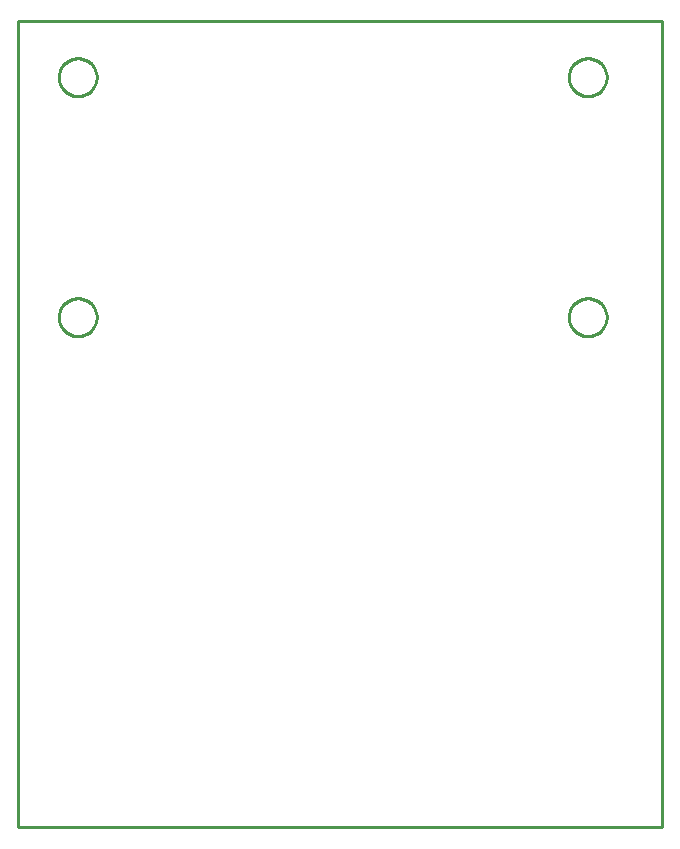
<source format=gbr>
G04 EAGLE Gerber RS-274X export*
G75*
%MOMM*%
%FSLAX34Y34*%
%LPD*%
%IN*%
%IPPOS*%
%AMOC8*
5,1,8,0,0,1.08239X$1,22.5*%
G01*
%ADD10C,0.254000*%


D10*
X0Y0D02*
X545900Y0D01*
X545900Y682500D01*
X0Y682500D01*
X0Y0D01*
X482076Y619000D02*
X481031Y619069D01*
X479992Y619205D01*
X478965Y619410D01*
X477953Y619681D01*
X476961Y620017D01*
X475993Y620418D01*
X475054Y620882D01*
X474146Y621406D01*
X473275Y621988D01*
X472444Y622625D01*
X471657Y623316D01*
X470916Y624057D01*
X470225Y624844D01*
X469588Y625675D01*
X469006Y626546D01*
X468482Y627454D01*
X468018Y628393D01*
X467617Y629361D01*
X467281Y630353D01*
X467010Y631365D01*
X466805Y632392D01*
X466669Y633431D01*
X466600Y634476D01*
X466600Y635524D01*
X466669Y636569D01*
X466805Y637608D01*
X467010Y638635D01*
X467281Y639647D01*
X467617Y640639D01*
X468018Y641607D01*
X468482Y642546D01*
X469006Y643454D01*
X469588Y644325D01*
X470225Y645156D01*
X470916Y645943D01*
X471657Y646684D01*
X472444Y647375D01*
X473275Y648013D01*
X474146Y648595D01*
X475054Y649118D01*
X475993Y649582D01*
X476961Y649983D01*
X477953Y650319D01*
X478965Y650590D01*
X479992Y650795D01*
X481031Y650932D01*
X482076Y651000D01*
X483124Y651000D01*
X484169Y650932D01*
X485208Y650795D01*
X486235Y650590D01*
X487247Y650319D01*
X488239Y649983D01*
X489207Y649582D01*
X490146Y649118D01*
X491054Y648595D01*
X491925Y648013D01*
X492756Y647375D01*
X493543Y646684D01*
X494284Y645943D01*
X494975Y645156D01*
X495613Y644325D01*
X496195Y643454D01*
X496718Y642546D01*
X497182Y641607D01*
X497583Y640639D01*
X497919Y639647D01*
X498190Y638635D01*
X498395Y637608D01*
X498532Y636569D01*
X498600Y635524D01*
X498600Y634476D01*
X498532Y633431D01*
X498395Y632392D01*
X498190Y631365D01*
X497919Y630353D01*
X497583Y629361D01*
X497182Y628393D01*
X496718Y627454D01*
X496195Y626546D01*
X495613Y625675D01*
X494975Y624844D01*
X494284Y624057D01*
X493543Y623316D01*
X492756Y622625D01*
X491925Y621988D01*
X491054Y621406D01*
X490146Y620882D01*
X489207Y620418D01*
X488239Y620017D01*
X487247Y619681D01*
X486235Y619410D01*
X485208Y619205D01*
X484169Y619069D01*
X483124Y619000D01*
X482076Y619000D01*
X482076Y415800D02*
X481031Y415869D01*
X479992Y416005D01*
X478965Y416210D01*
X477953Y416481D01*
X476961Y416817D01*
X475993Y417218D01*
X475054Y417682D01*
X474146Y418206D01*
X473275Y418788D01*
X472444Y419425D01*
X471657Y420116D01*
X470916Y420857D01*
X470225Y421644D01*
X469588Y422475D01*
X469006Y423346D01*
X468482Y424254D01*
X468018Y425193D01*
X467617Y426161D01*
X467281Y427153D01*
X467010Y428165D01*
X466805Y429192D01*
X466669Y430231D01*
X466600Y431276D01*
X466600Y432324D01*
X466669Y433369D01*
X466805Y434408D01*
X467010Y435435D01*
X467281Y436447D01*
X467617Y437439D01*
X468018Y438407D01*
X468482Y439346D01*
X469006Y440254D01*
X469588Y441125D01*
X470225Y441956D01*
X470916Y442743D01*
X471657Y443484D01*
X472444Y444175D01*
X473275Y444813D01*
X474146Y445395D01*
X475054Y445918D01*
X475993Y446382D01*
X476961Y446783D01*
X477953Y447119D01*
X478965Y447390D01*
X479992Y447595D01*
X481031Y447732D01*
X482076Y447800D01*
X483124Y447800D01*
X484169Y447732D01*
X485208Y447595D01*
X486235Y447390D01*
X487247Y447119D01*
X488239Y446783D01*
X489207Y446382D01*
X490146Y445918D01*
X491054Y445395D01*
X491925Y444813D01*
X492756Y444175D01*
X493543Y443484D01*
X494284Y442743D01*
X494975Y441956D01*
X495613Y441125D01*
X496195Y440254D01*
X496718Y439346D01*
X497182Y438407D01*
X497583Y437439D01*
X497919Y436447D01*
X498190Y435435D01*
X498395Y434408D01*
X498532Y433369D01*
X498600Y432324D01*
X498600Y431276D01*
X498532Y430231D01*
X498395Y429192D01*
X498190Y428165D01*
X497919Y427153D01*
X497583Y426161D01*
X497182Y425193D01*
X496718Y424254D01*
X496195Y423346D01*
X495613Y422475D01*
X494975Y421644D01*
X494284Y420857D01*
X493543Y420116D01*
X492756Y419425D01*
X491925Y418788D01*
X491054Y418206D01*
X490146Y417682D01*
X489207Y417218D01*
X488239Y416817D01*
X487247Y416481D01*
X486235Y416210D01*
X485208Y416005D01*
X484169Y415869D01*
X483124Y415800D01*
X482076Y415800D01*
X50276Y415800D02*
X49231Y415869D01*
X48192Y416005D01*
X47165Y416210D01*
X46153Y416481D01*
X45161Y416817D01*
X44193Y417218D01*
X43254Y417682D01*
X42346Y418206D01*
X41475Y418788D01*
X40644Y419425D01*
X39857Y420116D01*
X39116Y420857D01*
X38425Y421644D01*
X37788Y422475D01*
X37206Y423346D01*
X36682Y424254D01*
X36218Y425193D01*
X35817Y426161D01*
X35481Y427153D01*
X35210Y428165D01*
X35005Y429192D01*
X34869Y430231D01*
X34800Y431276D01*
X34800Y432324D01*
X34869Y433369D01*
X35005Y434408D01*
X35210Y435435D01*
X35481Y436447D01*
X35817Y437439D01*
X36218Y438407D01*
X36682Y439346D01*
X37206Y440254D01*
X37788Y441125D01*
X38425Y441956D01*
X39116Y442743D01*
X39857Y443484D01*
X40644Y444175D01*
X41475Y444813D01*
X42346Y445395D01*
X43254Y445918D01*
X44193Y446382D01*
X45161Y446783D01*
X46153Y447119D01*
X47165Y447390D01*
X48192Y447595D01*
X49231Y447732D01*
X50276Y447800D01*
X51324Y447800D01*
X52369Y447732D01*
X53408Y447595D01*
X54435Y447390D01*
X55447Y447119D01*
X56439Y446783D01*
X57407Y446382D01*
X58346Y445918D01*
X59254Y445395D01*
X60125Y444813D01*
X60956Y444175D01*
X61743Y443484D01*
X62484Y442743D01*
X63175Y441956D01*
X63813Y441125D01*
X64395Y440254D01*
X64918Y439346D01*
X65382Y438407D01*
X65783Y437439D01*
X66119Y436447D01*
X66390Y435435D01*
X66595Y434408D01*
X66732Y433369D01*
X66800Y432324D01*
X66800Y431276D01*
X66732Y430231D01*
X66595Y429192D01*
X66390Y428165D01*
X66119Y427153D01*
X65783Y426161D01*
X65382Y425193D01*
X64918Y424254D01*
X64395Y423346D01*
X63813Y422475D01*
X63175Y421644D01*
X62484Y420857D01*
X61743Y420116D01*
X60956Y419425D01*
X60125Y418788D01*
X59254Y418206D01*
X58346Y417682D01*
X57407Y417218D01*
X56439Y416817D01*
X55447Y416481D01*
X54435Y416210D01*
X53408Y416005D01*
X52369Y415869D01*
X51324Y415800D01*
X50276Y415800D01*
X50276Y619000D02*
X49231Y619069D01*
X48192Y619205D01*
X47165Y619410D01*
X46153Y619681D01*
X45161Y620017D01*
X44193Y620418D01*
X43254Y620882D01*
X42346Y621406D01*
X41475Y621988D01*
X40644Y622625D01*
X39857Y623316D01*
X39116Y624057D01*
X38425Y624844D01*
X37788Y625675D01*
X37206Y626546D01*
X36682Y627454D01*
X36218Y628393D01*
X35817Y629361D01*
X35481Y630353D01*
X35210Y631365D01*
X35005Y632392D01*
X34869Y633431D01*
X34800Y634476D01*
X34800Y635524D01*
X34869Y636569D01*
X35005Y637608D01*
X35210Y638635D01*
X35481Y639647D01*
X35817Y640639D01*
X36218Y641607D01*
X36682Y642546D01*
X37206Y643454D01*
X37788Y644325D01*
X38425Y645156D01*
X39116Y645943D01*
X39857Y646684D01*
X40644Y647375D01*
X41475Y648013D01*
X42346Y648595D01*
X43254Y649118D01*
X44193Y649582D01*
X45161Y649983D01*
X46153Y650319D01*
X47165Y650590D01*
X48192Y650795D01*
X49231Y650932D01*
X50276Y651000D01*
X51324Y651000D01*
X52369Y650932D01*
X53408Y650795D01*
X54435Y650590D01*
X55447Y650319D01*
X56439Y649983D01*
X57407Y649582D01*
X58346Y649118D01*
X59254Y648595D01*
X60125Y648013D01*
X60956Y647375D01*
X61743Y646684D01*
X62484Y645943D01*
X63175Y645156D01*
X63813Y644325D01*
X64395Y643454D01*
X64918Y642546D01*
X65382Y641607D01*
X65783Y640639D01*
X66119Y639647D01*
X66390Y638635D01*
X66595Y637608D01*
X66732Y636569D01*
X66800Y635524D01*
X66800Y634476D01*
X66732Y633431D01*
X66595Y632392D01*
X66390Y631365D01*
X66119Y630353D01*
X65783Y629361D01*
X65382Y628393D01*
X64918Y627454D01*
X64395Y626546D01*
X63813Y625675D01*
X63175Y624844D01*
X62484Y624057D01*
X61743Y623316D01*
X60956Y622625D01*
X60125Y621988D01*
X59254Y621406D01*
X58346Y620882D01*
X57407Y620418D01*
X56439Y620017D01*
X55447Y619681D01*
X54435Y619410D01*
X53408Y619205D01*
X52369Y619069D01*
X51324Y619000D01*
X50276Y619000D01*
M02*

</source>
